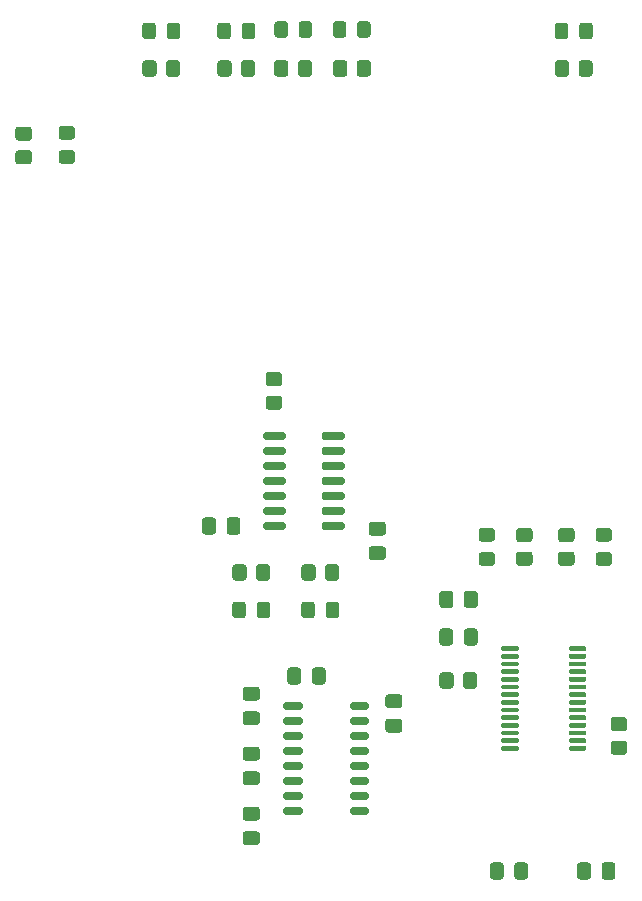
<source format=gbr>
%TF.GenerationSoftware,KiCad,Pcbnew,(5.1.9)-1*%
%TF.CreationDate,2021-10-27T20:29:57-04:00*%
%TF.ProjectId,REVERB Interface,52455645-5242-4204-996e-746572666163,rev?*%
%TF.SameCoordinates,Original*%
%TF.FileFunction,Paste,Top*%
%TF.FilePolarity,Positive*%
%FSLAX46Y46*%
G04 Gerber Fmt 4.6, Leading zero omitted, Abs format (unit mm)*
G04 Created by KiCad (PCBNEW (5.1.9)-1) date 2021-10-27 20:29:57*
%MOMM*%
%LPD*%
G01*
G04 APERTURE LIST*
G04 APERTURE END LIST*
%TO.C,U4*%
G36*
G01*
X133755000Y-112245000D02*
X133755000Y-112545000D01*
G75*
G02*
X133605000Y-112695000I-150000J0D01*
G01*
X131955000Y-112695000D01*
G75*
G02*
X131805000Y-112545000I0J150000D01*
G01*
X131805000Y-112245000D01*
G75*
G02*
X131955000Y-112095000I150000J0D01*
G01*
X133605000Y-112095000D01*
G75*
G02*
X133755000Y-112245000I0J-150000D01*
G01*
G37*
G36*
G01*
X133755000Y-110975000D02*
X133755000Y-111275000D01*
G75*
G02*
X133605000Y-111425000I-150000J0D01*
G01*
X131955000Y-111425000D01*
G75*
G02*
X131805000Y-111275000I0J150000D01*
G01*
X131805000Y-110975000D01*
G75*
G02*
X131955000Y-110825000I150000J0D01*
G01*
X133605000Y-110825000D01*
G75*
G02*
X133755000Y-110975000I0J-150000D01*
G01*
G37*
G36*
G01*
X133755000Y-109705000D02*
X133755000Y-110005000D01*
G75*
G02*
X133605000Y-110155000I-150000J0D01*
G01*
X131955000Y-110155000D01*
G75*
G02*
X131805000Y-110005000I0J150000D01*
G01*
X131805000Y-109705000D01*
G75*
G02*
X131955000Y-109555000I150000J0D01*
G01*
X133605000Y-109555000D01*
G75*
G02*
X133755000Y-109705000I0J-150000D01*
G01*
G37*
G36*
G01*
X133755000Y-108435000D02*
X133755000Y-108735000D01*
G75*
G02*
X133605000Y-108885000I-150000J0D01*
G01*
X131955000Y-108885000D01*
G75*
G02*
X131805000Y-108735000I0J150000D01*
G01*
X131805000Y-108435000D01*
G75*
G02*
X131955000Y-108285000I150000J0D01*
G01*
X133605000Y-108285000D01*
G75*
G02*
X133755000Y-108435000I0J-150000D01*
G01*
G37*
G36*
G01*
X133755000Y-107165000D02*
X133755000Y-107465000D01*
G75*
G02*
X133605000Y-107615000I-150000J0D01*
G01*
X131955000Y-107615000D01*
G75*
G02*
X131805000Y-107465000I0J150000D01*
G01*
X131805000Y-107165000D01*
G75*
G02*
X131955000Y-107015000I150000J0D01*
G01*
X133605000Y-107015000D01*
G75*
G02*
X133755000Y-107165000I0J-150000D01*
G01*
G37*
G36*
G01*
X133755000Y-105895000D02*
X133755000Y-106195000D01*
G75*
G02*
X133605000Y-106345000I-150000J0D01*
G01*
X131955000Y-106345000D01*
G75*
G02*
X131805000Y-106195000I0J150000D01*
G01*
X131805000Y-105895000D01*
G75*
G02*
X131955000Y-105745000I150000J0D01*
G01*
X133605000Y-105745000D01*
G75*
G02*
X133755000Y-105895000I0J-150000D01*
G01*
G37*
G36*
G01*
X133755000Y-104625000D02*
X133755000Y-104925000D01*
G75*
G02*
X133605000Y-105075000I-150000J0D01*
G01*
X131955000Y-105075000D01*
G75*
G02*
X131805000Y-104925000I0J150000D01*
G01*
X131805000Y-104625000D01*
G75*
G02*
X131955000Y-104475000I150000J0D01*
G01*
X133605000Y-104475000D01*
G75*
G02*
X133755000Y-104625000I0J-150000D01*
G01*
G37*
G36*
G01*
X138705000Y-104625000D02*
X138705000Y-104925000D01*
G75*
G02*
X138555000Y-105075000I-150000J0D01*
G01*
X136905000Y-105075000D01*
G75*
G02*
X136755000Y-104925000I0J150000D01*
G01*
X136755000Y-104625000D01*
G75*
G02*
X136905000Y-104475000I150000J0D01*
G01*
X138555000Y-104475000D01*
G75*
G02*
X138705000Y-104625000I0J-150000D01*
G01*
G37*
G36*
G01*
X138705000Y-105895000D02*
X138705000Y-106195000D01*
G75*
G02*
X138555000Y-106345000I-150000J0D01*
G01*
X136905000Y-106345000D01*
G75*
G02*
X136755000Y-106195000I0J150000D01*
G01*
X136755000Y-105895000D01*
G75*
G02*
X136905000Y-105745000I150000J0D01*
G01*
X138555000Y-105745000D01*
G75*
G02*
X138705000Y-105895000I0J-150000D01*
G01*
G37*
G36*
G01*
X138705000Y-107165000D02*
X138705000Y-107465000D01*
G75*
G02*
X138555000Y-107615000I-150000J0D01*
G01*
X136905000Y-107615000D01*
G75*
G02*
X136755000Y-107465000I0J150000D01*
G01*
X136755000Y-107165000D01*
G75*
G02*
X136905000Y-107015000I150000J0D01*
G01*
X138555000Y-107015000D01*
G75*
G02*
X138705000Y-107165000I0J-150000D01*
G01*
G37*
G36*
G01*
X138705000Y-108435000D02*
X138705000Y-108735000D01*
G75*
G02*
X138555000Y-108885000I-150000J0D01*
G01*
X136905000Y-108885000D01*
G75*
G02*
X136755000Y-108735000I0J150000D01*
G01*
X136755000Y-108435000D01*
G75*
G02*
X136905000Y-108285000I150000J0D01*
G01*
X138555000Y-108285000D01*
G75*
G02*
X138705000Y-108435000I0J-150000D01*
G01*
G37*
G36*
G01*
X138705000Y-109705000D02*
X138705000Y-110005000D01*
G75*
G02*
X138555000Y-110155000I-150000J0D01*
G01*
X136905000Y-110155000D01*
G75*
G02*
X136755000Y-110005000I0J150000D01*
G01*
X136755000Y-109705000D01*
G75*
G02*
X136905000Y-109555000I150000J0D01*
G01*
X138555000Y-109555000D01*
G75*
G02*
X138705000Y-109705000I0J-150000D01*
G01*
G37*
G36*
G01*
X138705000Y-110975000D02*
X138705000Y-111275000D01*
G75*
G02*
X138555000Y-111425000I-150000J0D01*
G01*
X136905000Y-111425000D01*
G75*
G02*
X136755000Y-111275000I0J150000D01*
G01*
X136755000Y-110975000D01*
G75*
G02*
X136905000Y-110825000I150000J0D01*
G01*
X138555000Y-110825000D01*
G75*
G02*
X138705000Y-110975000I0J-150000D01*
G01*
G37*
G36*
G01*
X138705000Y-112245000D02*
X138705000Y-112545000D01*
G75*
G02*
X138555000Y-112695000I-150000J0D01*
G01*
X136905000Y-112695000D01*
G75*
G02*
X136755000Y-112545000I0J150000D01*
G01*
X136755000Y-112245000D01*
G75*
G02*
X136905000Y-112095000I150000J0D01*
G01*
X138555000Y-112095000D01*
G75*
G02*
X138705000Y-112245000I0J-150000D01*
G01*
G37*
%TD*%
%TO.C,R13*%
G36*
G01*
X133165001Y-100565000D02*
X132264999Y-100565000D01*
G75*
G02*
X132015000Y-100315001I0J249999D01*
G01*
X132015000Y-99614999D01*
G75*
G02*
X132264999Y-99365000I249999J0D01*
G01*
X133165001Y-99365000D01*
G75*
G02*
X133415000Y-99614999I0J-249999D01*
G01*
X133415000Y-100315001D01*
G75*
G02*
X133165001Y-100565000I-249999J0D01*
G01*
G37*
G36*
G01*
X133165001Y-102565000D02*
X132264999Y-102565000D01*
G75*
G02*
X132015000Y-102315001I0J249999D01*
G01*
X132015000Y-101614999D01*
G75*
G02*
X132264999Y-101365000I249999J0D01*
G01*
X133165001Y-101365000D01*
G75*
G02*
X133415000Y-101614999I0J-249999D01*
G01*
X133415000Y-102315001D01*
G75*
G02*
X133165001Y-102565000I-249999J0D01*
G01*
G37*
%TD*%
%TO.C,C11*%
G36*
G01*
X141003000Y-114115000D02*
X141953000Y-114115000D01*
G75*
G02*
X142203000Y-114365000I0J-250000D01*
G01*
X142203000Y-115040000D01*
G75*
G02*
X141953000Y-115290000I-250000J0D01*
G01*
X141003000Y-115290000D01*
G75*
G02*
X140753000Y-115040000I0J250000D01*
G01*
X140753000Y-114365000D01*
G75*
G02*
X141003000Y-114115000I250000J0D01*
G01*
G37*
G36*
G01*
X141003000Y-112040000D02*
X141953000Y-112040000D01*
G75*
G02*
X142203000Y-112290000I0J-250000D01*
G01*
X142203000Y-112965000D01*
G75*
G02*
X141953000Y-113215000I-250000J0D01*
G01*
X141003000Y-113215000D01*
G75*
G02*
X140753000Y-112965000I0J250000D01*
G01*
X140753000Y-112290000D01*
G75*
G02*
X141003000Y-112040000I250000J0D01*
G01*
G37*
%TD*%
%TO.C,C10*%
G36*
G01*
X127820000Y-111920000D02*
X127820000Y-112870000D01*
G75*
G02*
X127570000Y-113120000I-250000J0D01*
G01*
X126895000Y-113120000D01*
G75*
G02*
X126645000Y-112870000I0J250000D01*
G01*
X126645000Y-111920000D01*
G75*
G02*
X126895000Y-111670000I250000J0D01*
G01*
X127570000Y-111670000D01*
G75*
G02*
X127820000Y-111920000I0J-250000D01*
G01*
G37*
G36*
G01*
X129895000Y-111920000D02*
X129895000Y-112870000D01*
G75*
G02*
X129645000Y-113120000I-250000J0D01*
G01*
X128970000Y-113120000D01*
G75*
G02*
X128720000Y-112870000I0J250000D01*
G01*
X128720000Y-111920000D01*
G75*
G02*
X128970000Y-111670000I250000J0D01*
G01*
X129645000Y-111670000D01*
G75*
G02*
X129895000Y-111920000I0J-250000D01*
G01*
G37*
%TD*%
%TO.C,U2*%
G36*
G01*
X139354999Y-136200000D02*
X140614997Y-136200000D01*
G75*
G02*
X140809997Y-136395000I0J-195000D01*
G01*
X140809997Y-136655000D01*
G75*
G02*
X140614997Y-136850000I-195000J0D01*
G01*
X139354999Y-136850000D01*
G75*
G02*
X139159999Y-136655000I0J195000D01*
G01*
X139159999Y-136395000D01*
G75*
G02*
X139354999Y-136200000I195000J0D01*
G01*
G37*
G36*
G01*
X139354999Y-134930000D02*
X140614997Y-134930000D01*
G75*
G02*
X140809997Y-135125000I0J-195000D01*
G01*
X140809997Y-135385000D01*
G75*
G02*
X140614997Y-135580000I-195000J0D01*
G01*
X139354999Y-135580000D01*
G75*
G02*
X139159999Y-135385000I0J195000D01*
G01*
X139159999Y-135125000D01*
G75*
G02*
X139354999Y-134930000I195000J0D01*
G01*
G37*
G36*
G01*
X139354999Y-133660000D02*
X140614997Y-133660000D01*
G75*
G02*
X140809997Y-133855000I0J-195000D01*
G01*
X140809997Y-134115000D01*
G75*
G02*
X140614997Y-134310000I-195000J0D01*
G01*
X139354999Y-134310000D01*
G75*
G02*
X139159999Y-134115000I0J195000D01*
G01*
X139159999Y-133855000D01*
G75*
G02*
X139354999Y-133660000I195000J0D01*
G01*
G37*
G36*
G01*
X139354999Y-132390000D02*
X140614997Y-132390000D01*
G75*
G02*
X140809997Y-132585000I0J-195000D01*
G01*
X140809997Y-132845000D01*
G75*
G02*
X140614997Y-133040000I-195000J0D01*
G01*
X139354999Y-133040000D01*
G75*
G02*
X139159999Y-132845000I0J195000D01*
G01*
X139159999Y-132585000D01*
G75*
G02*
X139354999Y-132390000I195000J0D01*
G01*
G37*
G36*
G01*
X139354999Y-131120000D02*
X140614997Y-131120000D01*
G75*
G02*
X140809997Y-131315000I0J-195000D01*
G01*
X140809997Y-131575000D01*
G75*
G02*
X140614997Y-131770000I-195000J0D01*
G01*
X139354999Y-131770000D01*
G75*
G02*
X139159999Y-131575000I0J195000D01*
G01*
X139159999Y-131315000D01*
G75*
G02*
X139354999Y-131120000I195000J0D01*
G01*
G37*
G36*
G01*
X139354999Y-129850000D02*
X140614997Y-129850000D01*
G75*
G02*
X140809997Y-130045000I0J-195000D01*
G01*
X140809997Y-130305000D01*
G75*
G02*
X140614997Y-130500000I-195000J0D01*
G01*
X139354999Y-130500000D01*
G75*
G02*
X139159999Y-130305000I0J195000D01*
G01*
X139159999Y-130045000D01*
G75*
G02*
X139354999Y-129850000I195000J0D01*
G01*
G37*
G36*
G01*
X139354999Y-128580000D02*
X140614997Y-128580000D01*
G75*
G02*
X140809997Y-128775000I0J-195000D01*
G01*
X140809997Y-129035000D01*
G75*
G02*
X140614997Y-129230000I-195000J0D01*
G01*
X139354999Y-129230000D01*
G75*
G02*
X139159999Y-129035000I0J195000D01*
G01*
X139159999Y-128775000D01*
G75*
G02*
X139354999Y-128580000I195000J0D01*
G01*
G37*
G36*
G01*
X139354999Y-127310000D02*
X140614997Y-127310000D01*
G75*
G02*
X140809997Y-127505000I0J-195000D01*
G01*
X140809997Y-127765000D01*
G75*
G02*
X140614997Y-127960000I-195000J0D01*
G01*
X139354999Y-127960000D01*
G75*
G02*
X139159999Y-127765000I0J195000D01*
G01*
X139159999Y-127505000D01*
G75*
G02*
X139354999Y-127310000I195000J0D01*
G01*
G37*
G36*
G01*
X133705000Y-136200000D02*
X134964998Y-136200000D01*
G75*
G02*
X135159998Y-136395000I0J-195000D01*
G01*
X135159998Y-136655000D01*
G75*
G02*
X134964998Y-136850000I-195000J0D01*
G01*
X133705000Y-136850000D01*
G75*
G02*
X133510000Y-136655000I0J195000D01*
G01*
X133510000Y-136395000D01*
G75*
G02*
X133705000Y-136200000I195000J0D01*
G01*
G37*
G36*
G01*
X133705000Y-134930000D02*
X134964998Y-134930000D01*
G75*
G02*
X135159998Y-135125000I0J-195000D01*
G01*
X135159998Y-135385000D01*
G75*
G02*
X134964998Y-135580000I-195000J0D01*
G01*
X133705000Y-135580000D01*
G75*
G02*
X133510000Y-135385000I0J195000D01*
G01*
X133510000Y-135125000D01*
G75*
G02*
X133705000Y-134930000I195000J0D01*
G01*
G37*
G36*
G01*
X133705000Y-133660000D02*
X134964998Y-133660000D01*
G75*
G02*
X135159998Y-133855000I0J-195000D01*
G01*
X135159998Y-134115000D01*
G75*
G02*
X134964998Y-134310000I-195000J0D01*
G01*
X133705000Y-134310000D01*
G75*
G02*
X133510000Y-134115000I0J195000D01*
G01*
X133510000Y-133855000D01*
G75*
G02*
X133705000Y-133660000I195000J0D01*
G01*
G37*
G36*
G01*
X133705000Y-132390000D02*
X134964998Y-132390000D01*
G75*
G02*
X135159998Y-132585000I0J-195000D01*
G01*
X135159998Y-132845000D01*
G75*
G02*
X134964998Y-133040000I-195000J0D01*
G01*
X133705000Y-133040000D01*
G75*
G02*
X133510000Y-132845000I0J195000D01*
G01*
X133510000Y-132585000D01*
G75*
G02*
X133705000Y-132390000I195000J0D01*
G01*
G37*
G36*
G01*
X133705000Y-131120000D02*
X134964998Y-131120000D01*
G75*
G02*
X135159998Y-131315000I0J-195000D01*
G01*
X135159998Y-131575000D01*
G75*
G02*
X134964998Y-131770000I-195000J0D01*
G01*
X133705000Y-131770000D01*
G75*
G02*
X133510000Y-131575000I0J195000D01*
G01*
X133510000Y-131315000D01*
G75*
G02*
X133705000Y-131120000I195000J0D01*
G01*
G37*
G36*
G01*
X133705000Y-129850000D02*
X134964998Y-129850000D01*
G75*
G02*
X135159998Y-130045000I0J-195000D01*
G01*
X135159998Y-130305000D01*
G75*
G02*
X134964998Y-130500000I-195000J0D01*
G01*
X133705000Y-130500000D01*
G75*
G02*
X133510000Y-130305000I0J195000D01*
G01*
X133510000Y-130045000D01*
G75*
G02*
X133705000Y-129850000I195000J0D01*
G01*
G37*
G36*
G01*
X133705000Y-128580000D02*
X134964998Y-128580000D01*
G75*
G02*
X135159998Y-128775000I0J-195000D01*
G01*
X135159998Y-129035000D01*
G75*
G02*
X134964998Y-129230000I-195000J0D01*
G01*
X133705000Y-129230000D01*
G75*
G02*
X133510000Y-129035000I0J195000D01*
G01*
X133510000Y-128775000D01*
G75*
G02*
X133705000Y-128580000I195000J0D01*
G01*
G37*
G36*
G01*
X133705000Y-127310000D02*
X134964998Y-127310000D01*
G75*
G02*
X135159998Y-127505000I0J-195000D01*
G01*
X135159998Y-127765000D01*
G75*
G02*
X134964998Y-127960000I-195000J0D01*
G01*
X133705000Y-127960000D01*
G75*
G02*
X133510000Y-127765000I0J195000D01*
G01*
X133510000Y-127505000D01*
G75*
G02*
X133705000Y-127310000I195000J0D01*
G01*
G37*
%TD*%
%TO.C,R12*%
G36*
G01*
X158515000Y-74110001D02*
X158515000Y-73209999D01*
G75*
G02*
X158764999Y-72960000I249999J0D01*
G01*
X159465001Y-72960000D01*
G75*
G02*
X159715000Y-73209999I0J-249999D01*
G01*
X159715000Y-74110001D01*
G75*
G02*
X159465001Y-74360000I-249999J0D01*
G01*
X158764999Y-74360000D01*
G75*
G02*
X158515000Y-74110001I0J249999D01*
G01*
G37*
G36*
G01*
X156515000Y-74110001D02*
X156515000Y-73209999D01*
G75*
G02*
X156764999Y-72960000I249999J0D01*
G01*
X157465001Y-72960000D01*
G75*
G02*
X157715000Y-73209999I0J-249999D01*
G01*
X157715000Y-74110001D01*
G75*
G02*
X157465001Y-74360000I-249999J0D01*
G01*
X156764999Y-74360000D01*
G75*
G02*
X156515000Y-74110001I0J249999D01*
G01*
G37*
%TD*%
%TO.C,R11*%
G36*
G01*
X111079999Y-80583000D02*
X111980001Y-80583000D01*
G75*
G02*
X112230000Y-80832999I0J-249999D01*
G01*
X112230000Y-81533001D01*
G75*
G02*
X111980001Y-81783000I-249999J0D01*
G01*
X111079999Y-81783000D01*
G75*
G02*
X110830000Y-81533001I0J249999D01*
G01*
X110830000Y-80832999D01*
G75*
G02*
X111079999Y-80583000I249999J0D01*
G01*
G37*
G36*
G01*
X111079999Y-78583000D02*
X111980001Y-78583000D01*
G75*
G02*
X112230000Y-78832999I0J-249999D01*
G01*
X112230000Y-79533001D01*
G75*
G02*
X111980001Y-79783000I-249999J0D01*
G01*
X111079999Y-79783000D01*
G75*
G02*
X110830000Y-79533001I0J249999D01*
G01*
X110830000Y-78832999D01*
G75*
G02*
X111079999Y-78583000I249999J0D01*
G01*
G37*
%TD*%
%TO.C,R10*%
G36*
G01*
X129140000Y-73209999D02*
X129140000Y-74110001D01*
G75*
G02*
X128890001Y-74360000I-249999J0D01*
G01*
X128189999Y-74360000D01*
G75*
G02*
X127940000Y-74110001I0J249999D01*
G01*
X127940000Y-73209999D01*
G75*
G02*
X128189999Y-72960000I249999J0D01*
G01*
X128890001Y-72960000D01*
G75*
G02*
X129140000Y-73209999I0J-249999D01*
G01*
G37*
G36*
G01*
X131140000Y-73209999D02*
X131140000Y-74110001D01*
G75*
G02*
X130890001Y-74360000I-249999J0D01*
G01*
X130189999Y-74360000D01*
G75*
G02*
X129940000Y-74110001I0J249999D01*
G01*
X129940000Y-73209999D01*
G75*
G02*
X130189999Y-72960000I249999J0D01*
G01*
X130890001Y-72960000D01*
G75*
G02*
X131140000Y-73209999I0J-249999D01*
G01*
G37*
%TD*%
%TO.C,R9*%
G36*
G01*
X122790000Y-73209999D02*
X122790000Y-74110001D01*
G75*
G02*
X122540001Y-74360000I-249999J0D01*
G01*
X121839999Y-74360000D01*
G75*
G02*
X121590000Y-74110001I0J249999D01*
G01*
X121590000Y-73209999D01*
G75*
G02*
X121839999Y-72960000I249999J0D01*
G01*
X122540001Y-72960000D01*
G75*
G02*
X122790000Y-73209999I0J-249999D01*
G01*
G37*
G36*
G01*
X124790000Y-73209999D02*
X124790000Y-74110001D01*
G75*
G02*
X124540001Y-74360000I-249999J0D01*
G01*
X123839999Y-74360000D01*
G75*
G02*
X123590000Y-74110001I0J249999D01*
G01*
X123590000Y-73209999D01*
G75*
G02*
X123839999Y-72960000I249999J0D01*
G01*
X124540001Y-72960000D01*
G75*
G02*
X124790000Y-73209999I0J-249999D01*
G01*
G37*
%TD*%
%TO.C,D12*%
G36*
G01*
X158565000Y-70935001D02*
X158565000Y-70034999D01*
G75*
G02*
X158814999Y-69785000I249999J0D01*
G01*
X159465001Y-69785000D01*
G75*
G02*
X159715000Y-70034999I0J-249999D01*
G01*
X159715000Y-70935001D01*
G75*
G02*
X159465001Y-71185000I-249999J0D01*
G01*
X158814999Y-71185000D01*
G75*
G02*
X158565000Y-70935001I0J249999D01*
G01*
G37*
G36*
G01*
X156515000Y-70935001D02*
X156515000Y-70034999D01*
G75*
G02*
X156764999Y-69785000I249999J0D01*
G01*
X157415001Y-69785000D01*
G75*
G02*
X157665000Y-70034999I0J-249999D01*
G01*
X157665000Y-70935001D01*
G75*
G02*
X157415001Y-71185000I-249999J0D01*
G01*
X156764999Y-71185000D01*
G75*
G02*
X156515000Y-70935001I0J249999D01*
G01*
G37*
%TD*%
%TO.C,D11*%
G36*
G01*
X114738999Y-80587000D02*
X115639001Y-80587000D01*
G75*
G02*
X115889000Y-80836999I0J-249999D01*
G01*
X115889000Y-81487001D01*
G75*
G02*
X115639001Y-81737000I-249999J0D01*
G01*
X114738999Y-81737000D01*
G75*
G02*
X114489000Y-81487001I0J249999D01*
G01*
X114489000Y-80836999D01*
G75*
G02*
X114738999Y-80587000I249999J0D01*
G01*
G37*
G36*
G01*
X114738999Y-78537000D02*
X115639001Y-78537000D01*
G75*
G02*
X115889000Y-78786999I0J-249999D01*
G01*
X115889000Y-79437001D01*
G75*
G02*
X115639001Y-79687000I-249999J0D01*
G01*
X114738999Y-79687000D01*
G75*
G02*
X114489000Y-79437001I0J249999D01*
G01*
X114489000Y-78786999D01*
G75*
G02*
X114738999Y-78537000I249999J0D01*
G01*
G37*
%TD*%
%TO.C,D10*%
G36*
G01*
X129090000Y-70034999D02*
X129090000Y-70935001D01*
G75*
G02*
X128840001Y-71185000I-249999J0D01*
G01*
X128189999Y-71185000D01*
G75*
G02*
X127940000Y-70935001I0J249999D01*
G01*
X127940000Y-70034999D01*
G75*
G02*
X128189999Y-69785000I249999J0D01*
G01*
X128840001Y-69785000D01*
G75*
G02*
X129090000Y-70034999I0J-249999D01*
G01*
G37*
G36*
G01*
X131140000Y-70034999D02*
X131140000Y-70935001D01*
G75*
G02*
X130890001Y-71185000I-249999J0D01*
G01*
X130239999Y-71185000D01*
G75*
G02*
X129990000Y-70935001I0J249999D01*
G01*
X129990000Y-70034999D01*
G75*
G02*
X130239999Y-69785000I249999J0D01*
G01*
X130890001Y-69785000D01*
G75*
G02*
X131140000Y-70034999I0J-249999D01*
G01*
G37*
%TD*%
%TO.C,D9*%
G36*
G01*
X122740000Y-70034999D02*
X122740000Y-70935001D01*
G75*
G02*
X122490001Y-71185000I-249999J0D01*
G01*
X121839999Y-71185000D01*
G75*
G02*
X121590000Y-70935001I0J249999D01*
G01*
X121590000Y-70034999D01*
G75*
G02*
X121839999Y-69785000I249999J0D01*
G01*
X122490001Y-69785000D01*
G75*
G02*
X122740000Y-70034999I0J-249999D01*
G01*
G37*
G36*
G01*
X124790000Y-70034999D02*
X124790000Y-70935001D01*
G75*
G02*
X124540001Y-71185000I-249999J0D01*
G01*
X123889999Y-71185000D01*
G75*
G02*
X123640000Y-70935001I0J249999D01*
G01*
X123640000Y-70034999D01*
G75*
G02*
X123889999Y-69785000I249999J0D01*
G01*
X124540001Y-69785000D01*
G75*
G02*
X124790000Y-70034999I0J-249999D01*
G01*
G37*
%TD*%
%TO.C,C7*%
G36*
G01*
X148807500Y-119093000D02*
X148807500Y-118143000D01*
G75*
G02*
X149057500Y-117893000I250000J0D01*
G01*
X149732500Y-117893000D01*
G75*
G02*
X149982500Y-118143000I0J-250000D01*
G01*
X149982500Y-119093000D01*
G75*
G02*
X149732500Y-119343000I-250000J0D01*
G01*
X149057500Y-119343000D01*
G75*
G02*
X148807500Y-119093000I0J250000D01*
G01*
G37*
G36*
G01*
X146732500Y-119093000D02*
X146732500Y-118143000D01*
G75*
G02*
X146982500Y-117893000I250000J0D01*
G01*
X147657500Y-117893000D01*
G75*
G02*
X147907500Y-118143000I0J-250000D01*
G01*
X147907500Y-119093000D01*
G75*
G02*
X147657500Y-119343000I-250000J0D01*
G01*
X146982500Y-119343000D01*
G75*
G02*
X146732500Y-119093000I0J250000D01*
G01*
G37*
%TD*%
%TO.C,C6*%
G36*
G01*
X148807500Y-122268000D02*
X148807500Y-121318000D01*
G75*
G02*
X149057500Y-121068000I250000J0D01*
G01*
X149732500Y-121068000D01*
G75*
G02*
X149982500Y-121318000I0J-250000D01*
G01*
X149982500Y-122268000D01*
G75*
G02*
X149732500Y-122518000I-250000J0D01*
G01*
X149057500Y-122518000D01*
G75*
G02*
X148807500Y-122268000I0J250000D01*
G01*
G37*
G36*
G01*
X146732500Y-122268000D02*
X146732500Y-121318000D01*
G75*
G02*
X146982500Y-121068000I250000J0D01*
G01*
X147657500Y-121068000D01*
G75*
G02*
X147907500Y-121318000I0J-250000D01*
G01*
X147907500Y-122268000D01*
G75*
G02*
X147657500Y-122518000I-250000J0D01*
G01*
X146982500Y-122518000D01*
G75*
G02*
X146732500Y-122268000I0J250000D01*
G01*
G37*
%TD*%
%TO.C,U3*%
G36*
G01*
X157700000Y-122875000D02*
X157700000Y-122675000D01*
G75*
G02*
X157800000Y-122575000I100000J0D01*
G01*
X159075000Y-122575000D01*
G75*
G02*
X159175000Y-122675000I0J-100000D01*
G01*
X159175000Y-122875000D01*
G75*
G02*
X159075000Y-122975000I-100000J0D01*
G01*
X157800000Y-122975000D01*
G75*
G02*
X157700000Y-122875000I0J100000D01*
G01*
G37*
G36*
G01*
X157700000Y-123525000D02*
X157700000Y-123325000D01*
G75*
G02*
X157800000Y-123225000I100000J0D01*
G01*
X159075000Y-123225000D01*
G75*
G02*
X159175000Y-123325000I0J-100000D01*
G01*
X159175000Y-123525000D01*
G75*
G02*
X159075000Y-123625000I-100000J0D01*
G01*
X157800000Y-123625000D01*
G75*
G02*
X157700000Y-123525000I0J100000D01*
G01*
G37*
G36*
G01*
X157700000Y-124175000D02*
X157700000Y-123975000D01*
G75*
G02*
X157800000Y-123875000I100000J0D01*
G01*
X159075000Y-123875000D01*
G75*
G02*
X159175000Y-123975000I0J-100000D01*
G01*
X159175000Y-124175000D01*
G75*
G02*
X159075000Y-124275000I-100000J0D01*
G01*
X157800000Y-124275000D01*
G75*
G02*
X157700000Y-124175000I0J100000D01*
G01*
G37*
G36*
G01*
X157700000Y-124825000D02*
X157700000Y-124625000D01*
G75*
G02*
X157800000Y-124525000I100000J0D01*
G01*
X159075000Y-124525000D01*
G75*
G02*
X159175000Y-124625000I0J-100000D01*
G01*
X159175000Y-124825000D01*
G75*
G02*
X159075000Y-124925000I-100000J0D01*
G01*
X157800000Y-124925000D01*
G75*
G02*
X157700000Y-124825000I0J100000D01*
G01*
G37*
G36*
G01*
X157700000Y-125475000D02*
X157700000Y-125275000D01*
G75*
G02*
X157800000Y-125175000I100000J0D01*
G01*
X159075000Y-125175000D01*
G75*
G02*
X159175000Y-125275000I0J-100000D01*
G01*
X159175000Y-125475000D01*
G75*
G02*
X159075000Y-125575000I-100000J0D01*
G01*
X157800000Y-125575000D01*
G75*
G02*
X157700000Y-125475000I0J100000D01*
G01*
G37*
G36*
G01*
X157700000Y-126125000D02*
X157700000Y-125925000D01*
G75*
G02*
X157800000Y-125825000I100000J0D01*
G01*
X159075000Y-125825000D01*
G75*
G02*
X159175000Y-125925000I0J-100000D01*
G01*
X159175000Y-126125000D01*
G75*
G02*
X159075000Y-126225000I-100000J0D01*
G01*
X157800000Y-126225000D01*
G75*
G02*
X157700000Y-126125000I0J100000D01*
G01*
G37*
G36*
G01*
X157700000Y-126775000D02*
X157700000Y-126575000D01*
G75*
G02*
X157800000Y-126475000I100000J0D01*
G01*
X159075000Y-126475000D01*
G75*
G02*
X159175000Y-126575000I0J-100000D01*
G01*
X159175000Y-126775000D01*
G75*
G02*
X159075000Y-126875000I-100000J0D01*
G01*
X157800000Y-126875000D01*
G75*
G02*
X157700000Y-126775000I0J100000D01*
G01*
G37*
G36*
G01*
X157700000Y-127425000D02*
X157700000Y-127225000D01*
G75*
G02*
X157800000Y-127125000I100000J0D01*
G01*
X159075000Y-127125000D01*
G75*
G02*
X159175000Y-127225000I0J-100000D01*
G01*
X159175000Y-127425000D01*
G75*
G02*
X159075000Y-127525000I-100000J0D01*
G01*
X157800000Y-127525000D01*
G75*
G02*
X157700000Y-127425000I0J100000D01*
G01*
G37*
G36*
G01*
X157700000Y-128075000D02*
X157700000Y-127875000D01*
G75*
G02*
X157800000Y-127775000I100000J0D01*
G01*
X159075000Y-127775000D01*
G75*
G02*
X159175000Y-127875000I0J-100000D01*
G01*
X159175000Y-128075000D01*
G75*
G02*
X159075000Y-128175000I-100000J0D01*
G01*
X157800000Y-128175000D01*
G75*
G02*
X157700000Y-128075000I0J100000D01*
G01*
G37*
G36*
G01*
X157700000Y-128725000D02*
X157700000Y-128525000D01*
G75*
G02*
X157800000Y-128425000I100000J0D01*
G01*
X159075000Y-128425000D01*
G75*
G02*
X159175000Y-128525000I0J-100000D01*
G01*
X159175000Y-128725000D01*
G75*
G02*
X159075000Y-128825000I-100000J0D01*
G01*
X157800000Y-128825000D01*
G75*
G02*
X157700000Y-128725000I0J100000D01*
G01*
G37*
G36*
G01*
X157700000Y-129375000D02*
X157700000Y-129175000D01*
G75*
G02*
X157800000Y-129075000I100000J0D01*
G01*
X159075000Y-129075000D01*
G75*
G02*
X159175000Y-129175000I0J-100000D01*
G01*
X159175000Y-129375000D01*
G75*
G02*
X159075000Y-129475000I-100000J0D01*
G01*
X157800000Y-129475000D01*
G75*
G02*
X157700000Y-129375000I0J100000D01*
G01*
G37*
G36*
G01*
X157700000Y-130025000D02*
X157700000Y-129825000D01*
G75*
G02*
X157800000Y-129725000I100000J0D01*
G01*
X159075000Y-129725000D01*
G75*
G02*
X159175000Y-129825000I0J-100000D01*
G01*
X159175000Y-130025000D01*
G75*
G02*
X159075000Y-130125000I-100000J0D01*
G01*
X157800000Y-130125000D01*
G75*
G02*
X157700000Y-130025000I0J100000D01*
G01*
G37*
G36*
G01*
X157700000Y-130675000D02*
X157700000Y-130475000D01*
G75*
G02*
X157800000Y-130375000I100000J0D01*
G01*
X159075000Y-130375000D01*
G75*
G02*
X159175000Y-130475000I0J-100000D01*
G01*
X159175000Y-130675000D01*
G75*
G02*
X159075000Y-130775000I-100000J0D01*
G01*
X157800000Y-130775000D01*
G75*
G02*
X157700000Y-130675000I0J100000D01*
G01*
G37*
G36*
G01*
X157700000Y-131325000D02*
X157700000Y-131125000D01*
G75*
G02*
X157800000Y-131025000I100000J0D01*
G01*
X159075000Y-131025000D01*
G75*
G02*
X159175000Y-131125000I0J-100000D01*
G01*
X159175000Y-131325000D01*
G75*
G02*
X159075000Y-131425000I-100000J0D01*
G01*
X157800000Y-131425000D01*
G75*
G02*
X157700000Y-131325000I0J100000D01*
G01*
G37*
G36*
G01*
X151975000Y-131325000D02*
X151975000Y-131125000D01*
G75*
G02*
X152075000Y-131025000I100000J0D01*
G01*
X153350000Y-131025000D01*
G75*
G02*
X153450000Y-131125000I0J-100000D01*
G01*
X153450000Y-131325000D01*
G75*
G02*
X153350000Y-131425000I-100000J0D01*
G01*
X152075000Y-131425000D01*
G75*
G02*
X151975000Y-131325000I0J100000D01*
G01*
G37*
G36*
G01*
X151975000Y-130675000D02*
X151975000Y-130475000D01*
G75*
G02*
X152075000Y-130375000I100000J0D01*
G01*
X153350000Y-130375000D01*
G75*
G02*
X153450000Y-130475000I0J-100000D01*
G01*
X153450000Y-130675000D01*
G75*
G02*
X153350000Y-130775000I-100000J0D01*
G01*
X152075000Y-130775000D01*
G75*
G02*
X151975000Y-130675000I0J100000D01*
G01*
G37*
G36*
G01*
X151975000Y-130025000D02*
X151975000Y-129825000D01*
G75*
G02*
X152075000Y-129725000I100000J0D01*
G01*
X153350000Y-129725000D01*
G75*
G02*
X153450000Y-129825000I0J-100000D01*
G01*
X153450000Y-130025000D01*
G75*
G02*
X153350000Y-130125000I-100000J0D01*
G01*
X152075000Y-130125000D01*
G75*
G02*
X151975000Y-130025000I0J100000D01*
G01*
G37*
G36*
G01*
X151975000Y-129375000D02*
X151975000Y-129175000D01*
G75*
G02*
X152075000Y-129075000I100000J0D01*
G01*
X153350000Y-129075000D01*
G75*
G02*
X153450000Y-129175000I0J-100000D01*
G01*
X153450000Y-129375000D01*
G75*
G02*
X153350000Y-129475000I-100000J0D01*
G01*
X152075000Y-129475000D01*
G75*
G02*
X151975000Y-129375000I0J100000D01*
G01*
G37*
G36*
G01*
X151975000Y-128725000D02*
X151975000Y-128525000D01*
G75*
G02*
X152075000Y-128425000I100000J0D01*
G01*
X153350000Y-128425000D01*
G75*
G02*
X153450000Y-128525000I0J-100000D01*
G01*
X153450000Y-128725000D01*
G75*
G02*
X153350000Y-128825000I-100000J0D01*
G01*
X152075000Y-128825000D01*
G75*
G02*
X151975000Y-128725000I0J100000D01*
G01*
G37*
G36*
G01*
X151975000Y-128075000D02*
X151975000Y-127875000D01*
G75*
G02*
X152075000Y-127775000I100000J0D01*
G01*
X153350000Y-127775000D01*
G75*
G02*
X153450000Y-127875000I0J-100000D01*
G01*
X153450000Y-128075000D01*
G75*
G02*
X153350000Y-128175000I-100000J0D01*
G01*
X152075000Y-128175000D01*
G75*
G02*
X151975000Y-128075000I0J100000D01*
G01*
G37*
G36*
G01*
X151975000Y-127425000D02*
X151975000Y-127225000D01*
G75*
G02*
X152075000Y-127125000I100000J0D01*
G01*
X153350000Y-127125000D01*
G75*
G02*
X153450000Y-127225000I0J-100000D01*
G01*
X153450000Y-127425000D01*
G75*
G02*
X153350000Y-127525000I-100000J0D01*
G01*
X152075000Y-127525000D01*
G75*
G02*
X151975000Y-127425000I0J100000D01*
G01*
G37*
G36*
G01*
X151975000Y-126775000D02*
X151975000Y-126575000D01*
G75*
G02*
X152075000Y-126475000I100000J0D01*
G01*
X153350000Y-126475000D01*
G75*
G02*
X153450000Y-126575000I0J-100000D01*
G01*
X153450000Y-126775000D01*
G75*
G02*
X153350000Y-126875000I-100000J0D01*
G01*
X152075000Y-126875000D01*
G75*
G02*
X151975000Y-126775000I0J100000D01*
G01*
G37*
G36*
G01*
X151975000Y-126125000D02*
X151975000Y-125925000D01*
G75*
G02*
X152075000Y-125825000I100000J0D01*
G01*
X153350000Y-125825000D01*
G75*
G02*
X153450000Y-125925000I0J-100000D01*
G01*
X153450000Y-126125000D01*
G75*
G02*
X153350000Y-126225000I-100000J0D01*
G01*
X152075000Y-126225000D01*
G75*
G02*
X151975000Y-126125000I0J100000D01*
G01*
G37*
G36*
G01*
X151975000Y-125475000D02*
X151975000Y-125275000D01*
G75*
G02*
X152075000Y-125175000I100000J0D01*
G01*
X153350000Y-125175000D01*
G75*
G02*
X153450000Y-125275000I0J-100000D01*
G01*
X153450000Y-125475000D01*
G75*
G02*
X153350000Y-125575000I-100000J0D01*
G01*
X152075000Y-125575000D01*
G75*
G02*
X151975000Y-125475000I0J100000D01*
G01*
G37*
G36*
G01*
X151975000Y-124825000D02*
X151975000Y-124625000D01*
G75*
G02*
X152075000Y-124525000I100000J0D01*
G01*
X153350000Y-124525000D01*
G75*
G02*
X153450000Y-124625000I0J-100000D01*
G01*
X153450000Y-124825000D01*
G75*
G02*
X153350000Y-124925000I-100000J0D01*
G01*
X152075000Y-124925000D01*
G75*
G02*
X151975000Y-124825000I0J100000D01*
G01*
G37*
G36*
G01*
X151975000Y-124175000D02*
X151975000Y-123975000D01*
G75*
G02*
X152075000Y-123875000I100000J0D01*
G01*
X153350000Y-123875000D01*
G75*
G02*
X153450000Y-123975000I0J-100000D01*
G01*
X153450000Y-124175000D01*
G75*
G02*
X153350000Y-124275000I-100000J0D01*
G01*
X152075000Y-124275000D01*
G75*
G02*
X151975000Y-124175000I0J100000D01*
G01*
G37*
G36*
G01*
X151975000Y-123525000D02*
X151975000Y-123325000D01*
G75*
G02*
X152075000Y-123225000I100000J0D01*
G01*
X153350000Y-123225000D01*
G75*
G02*
X153450000Y-123325000I0J-100000D01*
G01*
X153450000Y-123525000D01*
G75*
G02*
X153350000Y-123625000I-100000J0D01*
G01*
X152075000Y-123625000D01*
G75*
G02*
X151975000Y-123525000I0J100000D01*
G01*
G37*
G36*
G01*
X151975000Y-122875000D02*
X151975000Y-122675000D01*
G75*
G02*
X152075000Y-122575000I100000J0D01*
G01*
X153350000Y-122575000D01*
G75*
G02*
X153450000Y-122675000I0J-100000D01*
G01*
X153450000Y-122875000D01*
G75*
G02*
X153350000Y-122975000I-100000J0D01*
G01*
X152075000Y-122975000D01*
G75*
G02*
X151975000Y-122875000I0J100000D01*
G01*
G37*
%TD*%
%TO.C,R8*%
G36*
G01*
X148736000Y-125926001D02*
X148736000Y-125025999D01*
G75*
G02*
X148985999Y-124776000I249999J0D01*
G01*
X149686001Y-124776000D01*
G75*
G02*
X149936000Y-125025999I0J-249999D01*
G01*
X149936000Y-125926001D01*
G75*
G02*
X149686001Y-126176000I-249999J0D01*
G01*
X148985999Y-126176000D01*
G75*
G02*
X148736000Y-125926001I0J249999D01*
G01*
G37*
G36*
G01*
X146736000Y-125926001D02*
X146736000Y-125025999D01*
G75*
G02*
X146985999Y-124776000I249999J0D01*
G01*
X147686001Y-124776000D01*
G75*
G02*
X147936000Y-125025999I0J-249999D01*
G01*
X147936000Y-125926001D01*
G75*
G02*
X147686001Y-126176000I-249999J0D01*
G01*
X146985999Y-126176000D01*
G75*
G02*
X146736000Y-125926001I0J249999D01*
G01*
G37*
%TD*%
%TO.C,R7*%
G36*
G01*
X161474999Y-130575000D02*
X162375001Y-130575000D01*
G75*
G02*
X162625000Y-130824999I0J-249999D01*
G01*
X162625000Y-131525001D01*
G75*
G02*
X162375001Y-131775000I-249999J0D01*
G01*
X161474999Y-131775000D01*
G75*
G02*
X161225000Y-131525001I0J249999D01*
G01*
X161225000Y-130824999D01*
G75*
G02*
X161474999Y-130575000I249999J0D01*
G01*
G37*
G36*
G01*
X161474999Y-128575000D02*
X162375001Y-128575000D01*
G75*
G02*
X162625000Y-128824999I0J-249999D01*
G01*
X162625000Y-129525001D01*
G75*
G02*
X162375001Y-129775000I-249999J0D01*
G01*
X161474999Y-129775000D01*
G75*
G02*
X161225000Y-129525001I0J249999D01*
G01*
X161225000Y-128824999D01*
G75*
G02*
X161474999Y-128575000I249999J0D01*
G01*
G37*
%TD*%
%TO.C,C9*%
G36*
G01*
X152182500Y-141130000D02*
X152182500Y-142080000D01*
G75*
G02*
X151932500Y-142330000I-250000J0D01*
G01*
X151257500Y-142330000D01*
G75*
G02*
X151007500Y-142080000I0J250000D01*
G01*
X151007500Y-141130000D01*
G75*
G02*
X151257500Y-140880000I250000J0D01*
G01*
X151932500Y-140880000D01*
G75*
G02*
X152182500Y-141130000I0J-250000D01*
G01*
G37*
G36*
G01*
X154257500Y-141130000D02*
X154257500Y-142080000D01*
G75*
G02*
X154007500Y-142330000I-250000J0D01*
G01*
X153332500Y-142330000D01*
G75*
G02*
X153082500Y-142080000I0J250000D01*
G01*
X153082500Y-141130000D01*
G75*
G02*
X153332500Y-140880000I250000J0D01*
G01*
X154007500Y-140880000D01*
G75*
G02*
X154257500Y-141130000I0J-250000D01*
G01*
G37*
%TD*%
%TO.C,C8*%
G36*
G01*
X160470000Y-142080000D02*
X160470000Y-141130000D01*
G75*
G02*
X160720000Y-140880000I250000J0D01*
G01*
X161395000Y-140880000D01*
G75*
G02*
X161645000Y-141130000I0J-250000D01*
G01*
X161645000Y-142080000D01*
G75*
G02*
X161395000Y-142330000I-250000J0D01*
G01*
X160720000Y-142330000D01*
G75*
G02*
X160470000Y-142080000I0J250000D01*
G01*
G37*
G36*
G01*
X158395000Y-142080000D02*
X158395000Y-141130000D01*
G75*
G02*
X158645000Y-140880000I250000J0D01*
G01*
X159320000Y-140880000D01*
G75*
G02*
X159570000Y-141130000I0J-250000D01*
G01*
X159570000Y-142080000D01*
G75*
G02*
X159320000Y-142330000I-250000J0D01*
G01*
X158645000Y-142330000D01*
G75*
G02*
X158395000Y-142080000I0J250000D01*
G01*
G37*
%TD*%
%TO.C,R6*%
G36*
G01*
X130410000Y-115881999D02*
X130410000Y-116782001D01*
G75*
G02*
X130160001Y-117032000I-249999J0D01*
G01*
X129459999Y-117032000D01*
G75*
G02*
X129210000Y-116782001I0J249999D01*
G01*
X129210000Y-115881999D01*
G75*
G02*
X129459999Y-115632000I249999J0D01*
G01*
X130160001Y-115632000D01*
G75*
G02*
X130410000Y-115881999I0J-249999D01*
G01*
G37*
G36*
G01*
X132410000Y-115881999D02*
X132410000Y-116782001D01*
G75*
G02*
X132160001Y-117032000I-249999J0D01*
G01*
X131459999Y-117032000D01*
G75*
G02*
X131210000Y-116782001I0J249999D01*
G01*
X131210000Y-115881999D01*
G75*
G02*
X131459999Y-115632000I249999J0D01*
G01*
X132160001Y-115632000D01*
G75*
G02*
X132410000Y-115881999I0J-249999D01*
G01*
G37*
%TD*%
%TO.C,R5*%
G36*
G01*
X136252000Y-115881999D02*
X136252000Y-116782001D01*
G75*
G02*
X136002001Y-117032000I-249999J0D01*
G01*
X135301999Y-117032000D01*
G75*
G02*
X135052000Y-116782001I0J249999D01*
G01*
X135052000Y-115881999D01*
G75*
G02*
X135301999Y-115632000I249999J0D01*
G01*
X136002001Y-115632000D01*
G75*
G02*
X136252000Y-115881999I0J-249999D01*
G01*
G37*
G36*
G01*
X138252000Y-115881999D02*
X138252000Y-116782001D01*
G75*
G02*
X138002001Y-117032000I-249999J0D01*
G01*
X137301999Y-117032000D01*
G75*
G02*
X137052000Y-116782001I0J249999D01*
G01*
X137052000Y-115881999D01*
G75*
G02*
X137301999Y-115632000I249999J0D01*
G01*
X138002001Y-115632000D01*
G75*
G02*
X138252000Y-115881999I0J-249999D01*
G01*
G37*
%TD*%
%TO.C,R4*%
G36*
G01*
X133950000Y-73209999D02*
X133950000Y-74110001D01*
G75*
G02*
X133700001Y-74360000I-249999J0D01*
G01*
X132999999Y-74360000D01*
G75*
G02*
X132750000Y-74110001I0J249999D01*
G01*
X132750000Y-73209999D01*
G75*
G02*
X132999999Y-72960000I249999J0D01*
G01*
X133700001Y-72960000D01*
G75*
G02*
X133950000Y-73209999I0J-249999D01*
G01*
G37*
G36*
G01*
X135950000Y-73209999D02*
X135950000Y-74110001D01*
G75*
G02*
X135700001Y-74360000I-249999J0D01*
G01*
X134999999Y-74360000D01*
G75*
G02*
X134750000Y-74110001I0J249999D01*
G01*
X134750000Y-73209999D01*
G75*
G02*
X134999999Y-72960000I249999J0D01*
G01*
X135700001Y-72960000D01*
G75*
G02*
X135950000Y-73209999I0J-249999D01*
G01*
G37*
%TD*%
%TO.C,R3*%
G36*
G01*
X138935000Y-73209999D02*
X138935000Y-74110001D01*
G75*
G02*
X138685001Y-74360000I-249999J0D01*
G01*
X137984999Y-74360000D01*
G75*
G02*
X137735000Y-74110001I0J249999D01*
G01*
X137735000Y-73209999D01*
G75*
G02*
X137984999Y-72960000I249999J0D01*
G01*
X138685001Y-72960000D01*
G75*
G02*
X138935000Y-73209999I0J-249999D01*
G01*
G37*
G36*
G01*
X140935000Y-73209999D02*
X140935000Y-74110001D01*
G75*
G02*
X140685001Y-74360000I-249999J0D01*
G01*
X139984999Y-74360000D01*
G75*
G02*
X139735000Y-74110001I0J249999D01*
G01*
X139735000Y-73209999D01*
G75*
G02*
X139984999Y-72960000I249999J0D01*
G01*
X140685001Y-72960000D01*
G75*
G02*
X140935000Y-73209999I0J-249999D01*
G01*
G37*
%TD*%
%TO.C,R2*%
G36*
G01*
X153473999Y-114573000D02*
X154374001Y-114573000D01*
G75*
G02*
X154624000Y-114822999I0J-249999D01*
G01*
X154624000Y-115523001D01*
G75*
G02*
X154374001Y-115773000I-249999J0D01*
G01*
X153473999Y-115773000D01*
G75*
G02*
X153224000Y-115523001I0J249999D01*
G01*
X153224000Y-114822999D01*
G75*
G02*
X153473999Y-114573000I249999J0D01*
G01*
G37*
G36*
G01*
X153473999Y-112573000D02*
X154374001Y-112573000D01*
G75*
G02*
X154624000Y-112822999I0J-249999D01*
G01*
X154624000Y-113523001D01*
G75*
G02*
X154374001Y-113773000I-249999J0D01*
G01*
X153473999Y-113773000D01*
G75*
G02*
X153224000Y-113523001I0J249999D01*
G01*
X153224000Y-112822999D01*
G75*
G02*
X153473999Y-112573000I249999J0D01*
G01*
G37*
%TD*%
%TO.C,R1*%
G36*
G01*
X157029999Y-114573000D02*
X157930001Y-114573000D01*
G75*
G02*
X158180000Y-114822999I0J-249999D01*
G01*
X158180000Y-115523001D01*
G75*
G02*
X157930001Y-115773000I-249999J0D01*
G01*
X157029999Y-115773000D01*
G75*
G02*
X156780000Y-115523001I0J249999D01*
G01*
X156780000Y-114822999D01*
G75*
G02*
X157029999Y-114573000I249999J0D01*
G01*
G37*
G36*
G01*
X157029999Y-112573000D02*
X157930001Y-112573000D01*
G75*
G02*
X158180000Y-112822999I0J-249999D01*
G01*
X158180000Y-113523001D01*
G75*
G02*
X157930001Y-113773000I-249999J0D01*
G01*
X157029999Y-113773000D01*
G75*
G02*
X156780000Y-113523001I0J249999D01*
G01*
X156780000Y-112822999D01*
G75*
G02*
X157029999Y-112573000I249999J0D01*
G01*
G37*
%TD*%
%TO.C,D6*%
G36*
G01*
X130360000Y-119056999D02*
X130360000Y-119957001D01*
G75*
G02*
X130110001Y-120207000I-249999J0D01*
G01*
X129459999Y-120207000D01*
G75*
G02*
X129210000Y-119957001I0J249999D01*
G01*
X129210000Y-119056999D01*
G75*
G02*
X129459999Y-118807000I249999J0D01*
G01*
X130110001Y-118807000D01*
G75*
G02*
X130360000Y-119056999I0J-249999D01*
G01*
G37*
G36*
G01*
X132410000Y-119056999D02*
X132410000Y-119957001D01*
G75*
G02*
X132160001Y-120207000I-249999J0D01*
G01*
X131509999Y-120207000D01*
G75*
G02*
X131260000Y-119957001I0J249999D01*
G01*
X131260000Y-119056999D01*
G75*
G02*
X131509999Y-118807000I249999J0D01*
G01*
X132160001Y-118807000D01*
G75*
G02*
X132410000Y-119056999I0J-249999D01*
G01*
G37*
%TD*%
%TO.C,D5*%
G36*
G01*
X136202000Y-119056999D02*
X136202000Y-119957001D01*
G75*
G02*
X135952001Y-120207000I-249999J0D01*
G01*
X135301999Y-120207000D01*
G75*
G02*
X135052000Y-119957001I0J249999D01*
G01*
X135052000Y-119056999D01*
G75*
G02*
X135301999Y-118807000I249999J0D01*
G01*
X135952001Y-118807000D01*
G75*
G02*
X136202000Y-119056999I0J-249999D01*
G01*
G37*
G36*
G01*
X138252000Y-119056999D02*
X138252000Y-119957001D01*
G75*
G02*
X138002001Y-120207000I-249999J0D01*
G01*
X137351999Y-120207000D01*
G75*
G02*
X137102000Y-119957001I0J249999D01*
G01*
X137102000Y-119056999D01*
G75*
G02*
X137351999Y-118807000I249999J0D01*
G01*
X138002001Y-118807000D01*
G75*
G02*
X138252000Y-119056999I0J-249999D01*
G01*
G37*
%TD*%
%TO.C,D4*%
G36*
G01*
X133916000Y-69907999D02*
X133916000Y-70808001D01*
G75*
G02*
X133666001Y-71058000I-249999J0D01*
G01*
X133015999Y-71058000D01*
G75*
G02*
X132766000Y-70808001I0J249999D01*
G01*
X132766000Y-69907999D01*
G75*
G02*
X133015999Y-69658000I249999J0D01*
G01*
X133666001Y-69658000D01*
G75*
G02*
X133916000Y-69907999I0J-249999D01*
G01*
G37*
G36*
G01*
X135966000Y-69907999D02*
X135966000Y-70808001D01*
G75*
G02*
X135716001Y-71058000I-249999J0D01*
G01*
X135065999Y-71058000D01*
G75*
G02*
X134816000Y-70808001I0J249999D01*
G01*
X134816000Y-69907999D01*
G75*
G02*
X135065999Y-69658000I249999J0D01*
G01*
X135716001Y-69658000D01*
G75*
G02*
X135966000Y-69907999I0J-249999D01*
G01*
G37*
%TD*%
%TO.C,D3*%
G36*
G01*
X138869000Y-69907999D02*
X138869000Y-70808001D01*
G75*
G02*
X138619001Y-71058000I-249999J0D01*
G01*
X137968999Y-71058000D01*
G75*
G02*
X137719000Y-70808001I0J249999D01*
G01*
X137719000Y-69907999D01*
G75*
G02*
X137968999Y-69658000I249999J0D01*
G01*
X138619001Y-69658000D01*
G75*
G02*
X138869000Y-69907999I0J-249999D01*
G01*
G37*
G36*
G01*
X140919000Y-69907999D02*
X140919000Y-70808001D01*
G75*
G02*
X140669001Y-71058000I-249999J0D01*
G01*
X140018999Y-71058000D01*
G75*
G02*
X139769000Y-70808001I0J249999D01*
G01*
X139769000Y-69907999D01*
G75*
G02*
X140018999Y-69658000I249999J0D01*
G01*
X140669001Y-69658000D01*
G75*
G02*
X140919000Y-69907999I0J-249999D01*
G01*
G37*
%TD*%
%TO.C,D2*%
G36*
G01*
X150298999Y-114623000D02*
X151199001Y-114623000D01*
G75*
G02*
X151449000Y-114872999I0J-249999D01*
G01*
X151449000Y-115523001D01*
G75*
G02*
X151199001Y-115773000I-249999J0D01*
G01*
X150298999Y-115773000D01*
G75*
G02*
X150049000Y-115523001I0J249999D01*
G01*
X150049000Y-114872999D01*
G75*
G02*
X150298999Y-114623000I249999J0D01*
G01*
G37*
G36*
G01*
X150298999Y-112573000D02*
X151199001Y-112573000D01*
G75*
G02*
X151449000Y-112822999I0J-249999D01*
G01*
X151449000Y-113473001D01*
G75*
G02*
X151199001Y-113723000I-249999J0D01*
G01*
X150298999Y-113723000D01*
G75*
G02*
X150049000Y-113473001I0J249999D01*
G01*
X150049000Y-112822999D01*
G75*
G02*
X150298999Y-112573000I249999J0D01*
G01*
G37*
%TD*%
%TO.C,D1*%
G36*
G01*
X160204999Y-114623000D02*
X161105001Y-114623000D01*
G75*
G02*
X161355000Y-114872999I0J-249999D01*
G01*
X161355000Y-115523001D01*
G75*
G02*
X161105001Y-115773000I-249999J0D01*
G01*
X160204999Y-115773000D01*
G75*
G02*
X159955000Y-115523001I0J249999D01*
G01*
X159955000Y-114872999D01*
G75*
G02*
X160204999Y-114623000I249999J0D01*
G01*
G37*
G36*
G01*
X160204999Y-112573000D02*
X161105001Y-112573000D01*
G75*
G02*
X161355000Y-112822999I0J-249999D01*
G01*
X161355000Y-113473001D01*
G75*
G02*
X161105001Y-113723000I-249999J0D01*
G01*
X160204999Y-113723000D01*
G75*
G02*
X159955000Y-113473001I0J249999D01*
G01*
X159955000Y-112822999D01*
G75*
G02*
X160204999Y-112573000I249999J0D01*
G01*
G37*
%TD*%
%TO.C,C5*%
G36*
G01*
X142400000Y-128720000D02*
X143350000Y-128720000D01*
G75*
G02*
X143600000Y-128970000I0J-250000D01*
G01*
X143600000Y-129645000D01*
G75*
G02*
X143350000Y-129895000I-250000J0D01*
G01*
X142400000Y-129895000D01*
G75*
G02*
X142150000Y-129645000I0J250000D01*
G01*
X142150000Y-128970000D01*
G75*
G02*
X142400000Y-128720000I250000J0D01*
G01*
G37*
G36*
G01*
X142400000Y-126645000D02*
X143350000Y-126645000D01*
G75*
G02*
X143600000Y-126895000I0J-250000D01*
G01*
X143600000Y-127570000D01*
G75*
G02*
X143350000Y-127820000I-250000J0D01*
G01*
X142400000Y-127820000D01*
G75*
G02*
X142150000Y-127570000I0J250000D01*
G01*
X142150000Y-126895000D01*
G75*
G02*
X142400000Y-126645000I250000J0D01*
G01*
G37*
%TD*%
%TO.C,C4*%
G36*
G01*
X131285000Y-137345000D02*
X130335000Y-137345000D01*
G75*
G02*
X130085000Y-137095000I0J250000D01*
G01*
X130085000Y-136420000D01*
G75*
G02*
X130335000Y-136170000I250000J0D01*
G01*
X131285000Y-136170000D01*
G75*
G02*
X131535000Y-136420000I0J-250000D01*
G01*
X131535000Y-137095000D01*
G75*
G02*
X131285000Y-137345000I-250000J0D01*
G01*
G37*
G36*
G01*
X131285000Y-139420000D02*
X130335000Y-139420000D01*
G75*
G02*
X130085000Y-139170000I0J250000D01*
G01*
X130085000Y-138495000D01*
G75*
G02*
X130335000Y-138245000I250000J0D01*
G01*
X131285000Y-138245000D01*
G75*
G02*
X131535000Y-138495000I0J-250000D01*
G01*
X131535000Y-139170000D01*
G75*
G02*
X131285000Y-139420000I-250000J0D01*
G01*
G37*
%TD*%
%TO.C,C3*%
G36*
G01*
X135937500Y-125570000D02*
X135937500Y-124620000D01*
G75*
G02*
X136187500Y-124370000I250000J0D01*
G01*
X136862500Y-124370000D01*
G75*
G02*
X137112500Y-124620000I0J-250000D01*
G01*
X137112500Y-125570000D01*
G75*
G02*
X136862500Y-125820000I-250000J0D01*
G01*
X136187500Y-125820000D01*
G75*
G02*
X135937500Y-125570000I0J250000D01*
G01*
G37*
G36*
G01*
X133862500Y-125570000D02*
X133862500Y-124620000D01*
G75*
G02*
X134112500Y-124370000I250000J0D01*
G01*
X134787500Y-124370000D01*
G75*
G02*
X135037500Y-124620000I0J-250000D01*
G01*
X135037500Y-125570000D01*
G75*
G02*
X134787500Y-125820000I-250000J0D01*
G01*
X134112500Y-125820000D01*
G75*
G02*
X133862500Y-125570000I0J250000D01*
G01*
G37*
%TD*%
%TO.C,C2*%
G36*
G01*
X130335000Y-133165000D02*
X131285000Y-133165000D01*
G75*
G02*
X131535000Y-133415000I0J-250000D01*
G01*
X131535000Y-134090000D01*
G75*
G02*
X131285000Y-134340000I-250000J0D01*
G01*
X130335000Y-134340000D01*
G75*
G02*
X130085000Y-134090000I0J250000D01*
G01*
X130085000Y-133415000D01*
G75*
G02*
X130335000Y-133165000I250000J0D01*
G01*
G37*
G36*
G01*
X130335000Y-131090000D02*
X131285000Y-131090000D01*
G75*
G02*
X131535000Y-131340000I0J-250000D01*
G01*
X131535000Y-132015000D01*
G75*
G02*
X131285000Y-132265000I-250000J0D01*
G01*
X130335000Y-132265000D01*
G75*
G02*
X130085000Y-132015000I0J250000D01*
G01*
X130085000Y-131340000D01*
G75*
G02*
X130335000Y-131090000I250000J0D01*
G01*
G37*
%TD*%
%TO.C,C1*%
G36*
G01*
X131285000Y-127185000D02*
X130335000Y-127185000D01*
G75*
G02*
X130085000Y-126935000I0J250000D01*
G01*
X130085000Y-126260000D01*
G75*
G02*
X130335000Y-126010000I250000J0D01*
G01*
X131285000Y-126010000D01*
G75*
G02*
X131535000Y-126260000I0J-250000D01*
G01*
X131535000Y-126935000D01*
G75*
G02*
X131285000Y-127185000I-250000J0D01*
G01*
G37*
G36*
G01*
X131285000Y-129260000D02*
X130335000Y-129260000D01*
G75*
G02*
X130085000Y-129010000I0J250000D01*
G01*
X130085000Y-128335000D01*
G75*
G02*
X130335000Y-128085000I250000J0D01*
G01*
X131285000Y-128085000D01*
G75*
G02*
X131535000Y-128335000I0J-250000D01*
G01*
X131535000Y-129010000D01*
G75*
G02*
X131285000Y-129260000I-250000J0D01*
G01*
G37*
%TD*%
M02*

</source>
